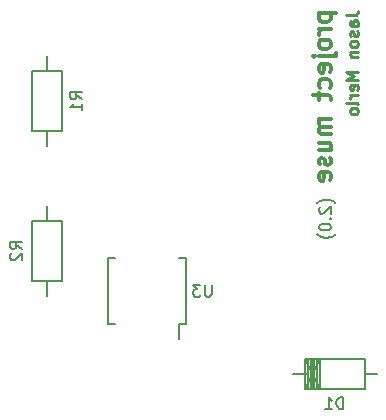
<source format=gbo>
G04 #@! TF.FileFunction,Legend,Bot*
%FSLAX46Y46*%
G04 Gerber Fmt 4.6, Leading zero omitted, Abs format (unit mm)*
G04 Created by KiCad (PCBNEW 4.0.0-stable) date Monday, December 21, 2015 'AMt' 12:47:19 AM*
%MOMM*%
G01*
G04 APERTURE LIST*
%ADD10C,0.100000*%
%ADD11C,0.200000*%
%ADD12C,0.250000*%
%ADD13C,0.375000*%
%ADD14C,0.150000*%
G04 APERTURE END LIST*
D10*
D11*
X146756333Y-94757810D02*
X146708714Y-94710190D01*
X146565857Y-94614952D01*
X146470619Y-94567333D01*
X146327762Y-94519714D01*
X146089667Y-94472095D01*
X145899190Y-94472095D01*
X145661095Y-94519714D01*
X145518238Y-94567333D01*
X145423000Y-94614952D01*
X145280143Y-94710190D01*
X145232524Y-94757810D01*
X145470619Y-95091143D02*
X145423000Y-95138762D01*
X145375381Y-95234000D01*
X145375381Y-95472096D01*
X145423000Y-95567334D01*
X145470619Y-95614953D01*
X145565857Y-95662572D01*
X145661095Y-95662572D01*
X145803952Y-95614953D01*
X146375381Y-95043524D01*
X146375381Y-95662572D01*
X146280143Y-96091143D02*
X146327762Y-96138762D01*
X146375381Y-96091143D01*
X146327762Y-96043524D01*
X146280143Y-96091143D01*
X146375381Y-96091143D01*
X145375381Y-96757809D02*
X145375381Y-96853048D01*
X145423000Y-96948286D01*
X145470619Y-96995905D01*
X145565857Y-97043524D01*
X145756333Y-97091143D01*
X145994429Y-97091143D01*
X146184905Y-97043524D01*
X146280143Y-96995905D01*
X146327762Y-96948286D01*
X146375381Y-96853048D01*
X146375381Y-96757809D01*
X146327762Y-96662571D01*
X146280143Y-96614952D01*
X146184905Y-96567333D01*
X145994429Y-96519714D01*
X145756333Y-96519714D01*
X145565857Y-96567333D01*
X145470619Y-96614952D01*
X145423000Y-96662571D01*
X145375381Y-96757809D01*
X146756333Y-97424476D02*
X146708714Y-97472095D01*
X146565857Y-97567333D01*
X146470619Y-97614952D01*
X146327762Y-97662571D01*
X146089667Y-97710190D01*
X145899190Y-97710190D01*
X145661095Y-97662571D01*
X145518238Y-97614952D01*
X145423000Y-97567333D01*
X145280143Y-97472095D01*
X145232524Y-97424476D01*
D12*
X147661381Y-78882810D02*
X148375667Y-78882810D01*
X148518524Y-78835190D01*
X148613762Y-78739952D01*
X148661381Y-78597095D01*
X148661381Y-78501857D01*
X148661381Y-79787572D02*
X148137571Y-79787572D01*
X148042333Y-79739953D01*
X147994714Y-79644715D01*
X147994714Y-79454238D01*
X148042333Y-79359000D01*
X148613762Y-79787572D02*
X148661381Y-79692334D01*
X148661381Y-79454238D01*
X148613762Y-79359000D01*
X148518524Y-79311381D01*
X148423286Y-79311381D01*
X148328048Y-79359000D01*
X148280429Y-79454238D01*
X148280429Y-79692334D01*
X148232810Y-79787572D01*
X148613762Y-80216143D02*
X148661381Y-80311381D01*
X148661381Y-80501857D01*
X148613762Y-80597096D01*
X148518524Y-80644715D01*
X148470905Y-80644715D01*
X148375667Y-80597096D01*
X148328048Y-80501857D01*
X148328048Y-80359000D01*
X148280429Y-80263762D01*
X148185190Y-80216143D01*
X148137571Y-80216143D01*
X148042333Y-80263762D01*
X147994714Y-80359000D01*
X147994714Y-80501857D01*
X148042333Y-80597096D01*
X148661381Y-81216143D02*
X148613762Y-81120905D01*
X148566143Y-81073286D01*
X148470905Y-81025667D01*
X148185190Y-81025667D01*
X148089952Y-81073286D01*
X148042333Y-81120905D01*
X147994714Y-81216143D01*
X147994714Y-81359001D01*
X148042333Y-81454239D01*
X148089952Y-81501858D01*
X148185190Y-81549477D01*
X148470905Y-81549477D01*
X148566143Y-81501858D01*
X148613762Y-81454239D01*
X148661381Y-81359001D01*
X148661381Y-81216143D01*
X147994714Y-81978048D02*
X148661381Y-81978048D01*
X148089952Y-81978048D02*
X148042333Y-82025667D01*
X147994714Y-82120905D01*
X147994714Y-82263763D01*
X148042333Y-82359001D01*
X148137571Y-82406620D01*
X148661381Y-82406620D01*
X148661381Y-83644715D02*
X147661381Y-83644715D01*
X148375667Y-83978049D01*
X147661381Y-84311382D01*
X148661381Y-84311382D01*
X148613762Y-85168525D02*
X148661381Y-85073287D01*
X148661381Y-84882810D01*
X148613762Y-84787572D01*
X148518524Y-84739953D01*
X148137571Y-84739953D01*
X148042333Y-84787572D01*
X147994714Y-84882810D01*
X147994714Y-85073287D01*
X148042333Y-85168525D01*
X148137571Y-85216144D01*
X148232810Y-85216144D01*
X148328048Y-84739953D01*
X148661381Y-85644715D02*
X147994714Y-85644715D01*
X148185190Y-85644715D02*
X148089952Y-85692334D01*
X148042333Y-85739953D01*
X147994714Y-85835191D01*
X147994714Y-85930430D01*
X148661381Y-86406620D02*
X148613762Y-86311382D01*
X148518524Y-86263763D01*
X147661381Y-86263763D01*
X148661381Y-86930430D02*
X148613762Y-86835192D01*
X148566143Y-86787573D01*
X148470905Y-86739954D01*
X148185190Y-86739954D01*
X148089952Y-86787573D01*
X148042333Y-86835192D01*
X147994714Y-86930430D01*
X147994714Y-87073288D01*
X148042333Y-87168526D01*
X148089952Y-87216145D01*
X148185190Y-87263764D01*
X148470905Y-87263764D01*
X148566143Y-87216145D01*
X148613762Y-87168526D01*
X148661381Y-87073288D01*
X148661381Y-86930430D01*
D13*
X145347571Y-78716143D02*
X146847571Y-78716143D01*
X145419000Y-78716143D02*
X145347571Y-78859000D01*
X145347571Y-79144714D01*
X145419000Y-79287571D01*
X145490429Y-79359000D01*
X145633286Y-79430429D01*
X146061857Y-79430429D01*
X146204714Y-79359000D01*
X146276143Y-79287571D01*
X146347571Y-79144714D01*
X146347571Y-78859000D01*
X146276143Y-78716143D01*
X146347571Y-80073286D02*
X145347571Y-80073286D01*
X145633286Y-80073286D02*
X145490429Y-80144714D01*
X145419000Y-80216143D01*
X145347571Y-80359000D01*
X145347571Y-80501857D01*
X146347571Y-81216143D02*
X146276143Y-81073285D01*
X146204714Y-81001857D01*
X146061857Y-80930428D01*
X145633286Y-80930428D01*
X145490429Y-81001857D01*
X145419000Y-81073285D01*
X145347571Y-81216143D01*
X145347571Y-81430428D01*
X145419000Y-81573285D01*
X145490429Y-81644714D01*
X145633286Y-81716143D01*
X146061857Y-81716143D01*
X146204714Y-81644714D01*
X146276143Y-81573285D01*
X146347571Y-81430428D01*
X146347571Y-81216143D01*
X145347571Y-82359000D02*
X146633286Y-82359000D01*
X146776143Y-82287571D01*
X146847571Y-82144714D01*
X146847571Y-82073286D01*
X144847571Y-82359000D02*
X144919000Y-82287571D01*
X144990429Y-82359000D01*
X144919000Y-82430428D01*
X144847571Y-82359000D01*
X144990429Y-82359000D01*
X146276143Y-83644714D02*
X146347571Y-83501857D01*
X146347571Y-83216143D01*
X146276143Y-83073286D01*
X146133286Y-83001857D01*
X145561857Y-83001857D01*
X145419000Y-83073286D01*
X145347571Y-83216143D01*
X145347571Y-83501857D01*
X145419000Y-83644714D01*
X145561857Y-83716143D01*
X145704714Y-83716143D01*
X145847571Y-83001857D01*
X146276143Y-85001857D02*
X146347571Y-84859000D01*
X146347571Y-84573286D01*
X146276143Y-84430428D01*
X146204714Y-84359000D01*
X146061857Y-84287571D01*
X145633286Y-84287571D01*
X145490429Y-84359000D01*
X145419000Y-84430428D01*
X145347571Y-84573286D01*
X145347571Y-84859000D01*
X145419000Y-85001857D01*
X145347571Y-85430428D02*
X145347571Y-86001857D01*
X144847571Y-85644714D02*
X146133286Y-85644714D01*
X146276143Y-85716142D01*
X146347571Y-85859000D01*
X146347571Y-86001857D01*
X146347571Y-87644714D02*
X145347571Y-87644714D01*
X145490429Y-87644714D02*
X145419000Y-87716142D01*
X145347571Y-87859000D01*
X145347571Y-88073285D01*
X145419000Y-88216142D01*
X145561857Y-88287571D01*
X146347571Y-88287571D01*
X145561857Y-88287571D02*
X145419000Y-88359000D01*
X145347571Y-88501857D01*
X145347571Y-88716142D01*
X145419000Y-88859000D01*
X145561857Y-88930428D01*
X146347571Y-88930428D01*
X145347571Y-90287571D02*
X146347571Y-90287571D01*
X145347571Y-89644714D02*
X146133286Y-89644714D01*
X146276143Y-89716142D01*
X146347571Y-89859000D01*
X146347571Y-90073285D01*
X146276143Y-90216142D01*
X146204714Y-90287571D01*
X146276143Y-90930428D02*
X146347571Y-91073285D01*
X146347571Y-91359000D01*
X146276143Y-91501857D01*
X146133286Y-91573285D01*
X146061857Y-91573285D01*
X145919000Y-91501857D01*
X145847571Y-91359000D01*
X145847571Y-91144714D01*
X145776143Y-91001857D01*
X145633286Y-90930428D01*
X145561857Y-90930428D01*
X145419000Y-91001857D01*
X145347571Y-91144714D01*
X145347571Y-91359000D01*
X145419000Y-91501857D01*
X146276143Y-92787571D02*
X146347571Y-92644714D01*
X146347571Y-92359000D01*
X146276143Y-92216143D01*
X146133286Y-92144714D01*
X145561857Y-92144714D01*
X145419000Y-92216143D01*
X145347571Y-92359000D01*
X145347571Y-92644714D01*
X145419000Y-92787571D01*
X145561857Y-92859000D01*
X145704714Y-92859000D01*
X145847571Y-92144714D01*
D14*
X149225000Y-109220000D02*
X150241000Y-109220000D01*
X144399000Y-109220000D02*
X143129000Y-109220000D01*
X144653000Y-110490000D02*
X144653000Y-107950000D01*
X144907000Y-110490000D02*
X144907000Y-107950000D01*
X145161000Y-110490000D02*
X145161000Y-107950000D01*
X144399000Y-110490000D02*
X144399000Y-107950000D01*
X145415000Y-110490000D02*
X144145000Y-107950000D01*
X144145000Y-110490000D02*
X145415000Y-107950000D01*
X145415000Y-110490000D02*
X145415000Y-107950000D01*
X144780000Y-110490000D02*
X144780000Y-107950000D01*
X144145000Y-107950000D02*
X144145000Y-110490000D01*
X144145000Y-110490000D02*
X149225000Y-110490000D01*
X149225000Y-110490000D02*
X149225000Y-107950000D01*
X149225000Y-107950000D02*
X144145000Y-107950000D01*
X123575000Y-88675000D02*
X123575000Y-83595000D01*
X123575000Y-83595000D02*
X121035000Y-83595000D01*
X121035000Y-83595000D02*
X121035000Y-88675000D01*
X121035000Y-88675000D02*
X123575000Y-88675000D01*
X122305000Y-88675000D02*
X122305000Y-89945000D01*
X122305000Y-83595000D02*
X122305000Y-82325000D01*
X121035000Y-96275000D02*
X121035000Y-101355000D01*
X121035000Y-101355000D02*
X123575000Y-101355000D01*
X123575000Y-101355000D02*
X123575000Y-96275000D01*
X123575000Y-96275000D02*
X121035000Y-96275000D01*
X122305000Y-96275000D02*
X122305000Y-95005000D01*
X122305000Y-101355000D02*
X122305000Y-102625000D01*
X134085000Y-105010000D02*
X133510000Y-105010000D01*
X134085000Y-99460000D02*
X133510000Y-99460000D01*
X127535000Y-99460000D02*
X128110000Y-99460000D01*
X127535000Y-105010000D02*
X128110000Y-105010000D01*
X134085000Y-105010000D02*
X134085000Y-99460000D01*
X127535000Y-105010000D02*
X127535000Y-99460000D01*
X133510000Y-105010000D02*
X133510000Y-106285000D01*
X147423095Y-112212381D02*
X147423095Y-111212381D01*
X147185000Y-111212381D01*
X147042142Y-111260000D01*
X146946904Y-111355238D01*
X146899285Y-111450476D01*
X146851666Y-111640952D01*
X146851666Y-111783810D01*
X146899285Y-111974286D01*
X146946904Y-112069524D01*
X147042142Y-112164762D01*
X147185000Y-112212381D01*
X147423095Y-112212381D01*
X145899285Y-112212381D02*
X146470714Y-112212381D01*
X146185000Y-112212381D02*
X146185000Y-111212381D01*
X146280238Y-111355238D01*
X146375476Y-111450476D01*
X146470714Y-111498095D01*
X125297381Y-85968334D02*
X124821190Y-85635000D01*
X125297381Y-85396905D02*
X124297381Y-85396905D01*
X124297381Y-85777858D01*
X124345000Y-85873096D01*
X124392619Y-85920715D01*
X124487857Y-85968334D01*
X124630714Y-85968334D01*
X124725952Y-85920715D01*
X124773571Y-85873096D01*
X124821190Y-85777858D01*
X124821190Y-85396905D01*
X125297381Y-86920715D02*
X125297381Y-86349286D01*
X125297381Y-86635000D02*
X124297381Y-86635000D01*
X124440238Y-86539762D01*
X124535476Y-86444524D01*
X124583095Y-86349286D01*
X120217381Y-98648334D02*
X119741190Y-98315000D01*
X120217381Y-98076905D02*
X119217381Y-98076905D01*
X119217381Y-98457858D01*
X119265000Y-98553096D01*
X119312619Y-98600715D01*
X119407857Y-98648334D01*
X119550714Y-98648334D01*
X119645952Y-98600715D01*
X119693571Y-98553096D01*
X119741190Y-98457858D01*
X119741190Y-98076905D01*
X119312619Y-99029286D02*
X119265000Y-99076905D01*
X119217381Y-99172143D01*
X119217381Y-99410239D01*
X119265000Y-99505477D01*
X119312619Y-99553096D01*
X119407857Y-99600715D01*
X119503095Y-99600715D01*
X119645952Y-99553096D01*
X120217381Y-98981667D01*
X120217381Y-99600715D01*
X136270905Y-101687381D02*
X136270905Y-102496905D01*
X136223286Y-102592143D01*
X136175667Y-102639762D01*
X136080429Y-102687381D01*
X135889952Y-102687381D01*
X135794714Y-102639762D01*
X135747095Y-102592143D01*
X135699476Y-102496905D01*
X135699476Y-101687381D01*
X135318524Y-101687381D02*
X134699476Y-101687381D01*
X135032810Y-102068333D01*
X134889952Y-102068333D01*
X134794714Y-102115952D01*
X134747095Y-102163571D01*
X134699476Y-102258810D01*
X134699476Y-102496905D01*
X134747095Y-102592143D01*
X134794714Y-102639762D01*
X134889952Y-102687381D01*
X135175667Y-102687381D01*
X135270905Y-102639762D01*
X135318524Y-102592143D01*
M02*

</source>
